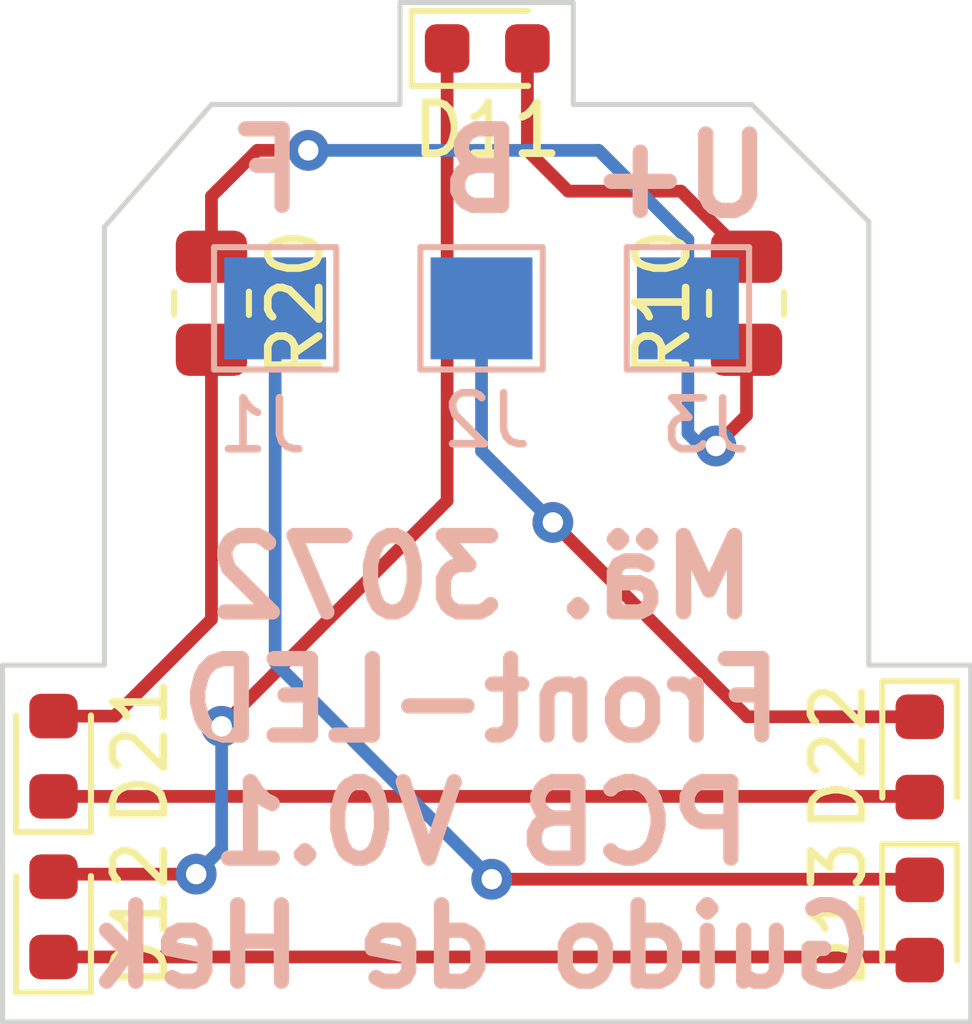
<source format=kicad_pcb>
(kicad_pcb (version 20211014) (generator pcbnew)
  (title_block (title "Back LED PCB for Märklin V100 (art. no. 3072).") (date "2021-12-31") (rev "0.1") (comment 1 "Guido de Hek"))
  (layers (0 "F.Cu" signal) (31 "B.Cu" signal) (34 "B.Paste" user) (35 "F.Paste" user) (36 "B.SilkS" user "B.Silkscreen") (37 "F.SilkS" user "F.Silkscreen") (38 "B.Mask" user) (39 "F.Mask" user) (44 "Edge.Cuts" user))
  (net 0 "")
  (net 1 "Net-(D11-Pad1)")
  (net 2 "Net-(D11-Pad2)")
  (net 3 "Net-(D12-Pad1)")
  (net 4 "/U+")
  (net 5 "Net-(D21-Pad1)")
  (net 6 "Net-(D21-Pad2)")
  (net 7 "/FrontLight")
  (net 8 "/BackLight")
  (footprint "Resistor_SMD:R_0805_2012Metric" (layer "F.Cu") (at 98.64 66.1575 -90)
    (fp_text reference "R20" (at 0 -1.65 90) (layer "F.SilkS"))
    (fp_text value "5K6")
    (fp_line (start -0.227064 -0.735) (end 0.227064 -0.735) (layer "F.SilkS") (width 0.12))
    (fp_line (start -0.227064 0.735) (end 0.227064 0.735) (layer "F.SilkS") (width 0.12))
    (pad "1" smd roundrect locked (at -0.9125 0 270) (size 1.025 1.4) (layers "F.Cu" "F.Paste" "F.Mask") (roundrect_rratio 0.243902) (net 4 "/U+"))
    (pad "2" smd roundrect locked (at 0.9125 0 270) (size 1.025 1.4) (layers "F.Cu" "F.Paste" "F.Mask") (roundrect_rratio 0.243902) (net 6 "Net-(D21-Pad2)"))
  )
  (footprint "LED_SMD:LED_0603_1608Metric" (layer "F.Cu") (at 104.0525 61.1575)
    (fp_text reference "D11" (at 0 1.6) (layer "F.SilkS"))
    (fp_text value "WH")
    (fp_line (start -1.485 0.735) (end 0.8 0.735) (layer "F.SilkS") (width 0.12))
    (fp_line (start 0.8 -0.735) (end -1.485 -0.735) (layer "F.SilkS") (width 0.12))
    (fp_line (start -1.485 -0.735) (end -1.485 0.735) (layer "F.SilkS") (width 0.12))
    (pad "1" smd roundrect locked (at -0.7875 0) (size 0.875 0.95) (layers "F.Cu" "F.Paste" "F.Mask") (net 1 "Net-(D11-Pad1)"))
    (pad "2" smd roundrect locked (at 0.7875 0) (size 0.875 0.95) (layers "F.Cu" "F.Paste" "F.Mask") (net 2 "Net-(D11-Pad2)"))
  )
  (footprint "LED_SMD:LED_0603_1608Metric" (layer "F.Cu") (at 95.54 75.045 90)
    (fp_text reference "D21" (at 0.0875 1.7 90) (layer "F.SilkS"))
    (fp_text value "RD")
    (fp_line (start 0.8 -0.735) (end -1.485 -0.735) (layer "F.SilkS") (width 0.12))
    (fp_line (start -1.485 -0.735) (end -1.485 0.735) (layer "F.SilkS") (width 0.12))
    (fp_line (start -1.485 0.735) (end 0.8 0.735) (layer "F.SilkS") (width 0.12))
    (pad "1" smd roundrect locked (at -0.7875 0 90) (size 0.875 0.95) (layers "F.Cu" "F.Paste" "F.Mask") (net 5 "Net-(D21-Pad1)"))
    (pad "2" smd roundrect locked (at 0.7875 0 90) (size 0.875 0.95) (layers "F.Cu" "F.Paste" "F.Mask") (net 6 "Net-(D21-Pad2)"))
  )
  (footprint "LED_SMD:LED_0603_1608Metric" (layer "F.Cu") (at 112.54 75.0575 -90)
    (fp_text reference "D22" (at 0 1.6 -90) (layer "F.SilkS"))
    (fp_text value "RD")
    (fp_line (start -1.485 -0.735) (end -1.485 0.735) (layer "F.SilkS") (width 0.12))
    (fp_line (start -1.485 0.735) (end 0.8 0.735) (layer "F.SilkS") (width 0.12))
    (fp_line (start 0.8 -0.735) (end -1.485 -0.735) (layer "F.SilkS") (width 0.12))
    (pad "1" smd roundrect locked (at -0.7875 0 270) (size 0.875 0.95) (layers "F.Cu" "F.Paste" "F.Mask") (net 8 "/BackLight"))
    (pad "2" smd roundrect locked (at 0.7875 0 270) (size 0.875 0.95) (layers "F.Cu" "F.Paste" "F.Mask") (net 5 "Net-(D21-Pad1)"))
  )
  (footprint "LED_SMD:LED_0603_1608Metric" (layer "F.Cu") (at 95.54 78.195 90)
    (fp_text reference "D12" (at 0.0375 1.7 90) (layer "F.SilkS"))
    (fp_text value "WH")
    (fp_line (start -1.485 -0.735) (end -1.485 0.735) (layer "F.SilkS") (width 0.12))
    (fp_line (start 0.8 -0.735) (end -1.485 -0.735) (layer "F.SilkS") (width 0.12))
    (fp_line (start -1.485 0.735) (end 0.8 0.735) (layer "F.SilkS") (width 0.12))
    (pad "1" smd roundrect locked (at -0.7875 0 90) (size 0.875 0.95) (layers "F.Cu" "F.Paste" "F.Mask") (net 3 "Net-(D12-Pad1)"))
    (pad "2" smd roundrect locked (at 0.7875 0 90) (size 0.875 0.95) (layers "F.Cu" "F.Paste" "F.Mask") (net 1 "Net-(D11-Pad1)"))
  )
  (footprint "LED_SMD:LED_0603_1608Metric" (layer "F.Cu") (at 112.54 78.2575 -90)
    (fp_text reference "D13" (at -0.1 1.6 -90) (layer "F.SilkS"))
    (fp_text value "WH")
    (fp_line (start -1.485 -0.735) (end -1.485 0.735) (layer "F.SilkS") (width 0.12))
    (fp_line (start 0.8 -0.735) (end -1.485 -0.735) (layer "F.SilkS") (width 0.12))
    (fp_line (start -1.485 0.735) (end 0.8 0.735) (layer "F.SilkS") (width 0.12))
    (pad "1" smd roundrect locked (at -0.7875 0 270) (size 0.875 0.95) (layers "F.Cu" "F.Paste" "F.Mask") (net 7 "/FrontLight"))
    (pad "2" smd roundrect locked (at 0.7875 0 270) (size 0.875 0.95) (layers "F.Cu" "F.Paste" "F.Mask") (net 3 "Net-(D12-Pad1)"))
  )
  (footprint "Resistor_SMD:R_0805_2012Metric" (layer "F.Cu") (at 109.14 66.1575 90)
    (fp_text reference "R10" (at 0 -1.65 90) (layer "F.SilkS"))
    (fp_text value "3K6")
    (fp_line (start -0.227064 -0.735) (end 0.227064 -0.735) (layer "F.SilkS") (width 0.12))
    (fp_line (start -0.227064 0.735) (end 0.227064 0.735) (layer "F.SilkS") (width 0.12))
    (pad "1" smd roundrect locked (at -0.9125 0 90) (size 1.025 1.4) (layers "F.Cu" "F.Paste" "F.Mask") (roundrect_rratio 0.243902) (net 4 "/U+"))
    (pad "2" smd roundrect locked (at 0.9125 0 90) (size 1.025 1.4) (layers "F.Cu" "F.Paste" "F.Mask") (roundrect_rratio 0.243902) (net 2 "Net-(D11-Pad2)"))
  )
  (footprint "TestPoint:TestPoint_Pad_2.0x2.0mm" (layer "B.Cu") (at 99.89 66.2575 180)
    (fp_text reference "J1" (at 0.25 -2.3) (layer "B.SilkS") (effects (justify mirror)))
    (fp_text value "1")
    (fp_line (start -1.2 1.2) (end 1.2 1.2) (layer "B.SilkS") (width 0.12))
    (fp_line (start 1.2 -1.2) (end -1.2 -1.2) (layer "B.SilkS") (width 0.12))
    (fp_line (start -1.2 -1.2) (end -1.2 1.2) (layer "B.SilkS") (width 0.12))
    (fp_line (start 1.2 1.2) (end 1.2 -1.2) (layer "B.SilkS") (width 0.12))
    (pad "1" smd rect locked (at 0 0 180) (size 2 2) (layers "B.Cu" "B.Mask") (net 7 "/FrontLight"))
  )
  (footprint "TestPoint:TestPoint_Pad_2.0x2.0mm" (layer "B.Cu") (at 107.99 66.2575 180)
    (fp_text reference "J3" (at -0.35 -2.3) (layer "B.SilkS") (effects (justify mirror)))
    (fp_text value "3")
    (fp_line (start -1.2 1.2) (end 1.2 1.2) (layer "B.SilkS") (width 0.12))
    (fp_line (start 1.2 1.2) (end 1.2 -1.2) (layer "B.SilkS") (width 0.12))
    (fp_line (start -1.2 -1.2) (end -1.2 1.2) (layer "B.SilkS") (width 0.12))
    (fp_line (start 1.2 -1.2) (end -1.2 -1.2) (layer "B.SilkS") (width 0.12))
    (pad "1" smd rect locked (at 0 0 180) (size 2 2) (layers "B.Cu" "B.Mask") (net 4 "/U+"))
  )
  (footprint "TestPoint:TestPoint_Pad_2.0x2.0mm" (layer "B.Cu") (at 103.94 66.2575 180)
    (fp_text reference "J2" (at -0.1 -2.2) (layer "B.SilkS") (effects (justify mirror)))
    (fp_text value "2")
    (fp_line (start -1.2 -1.2) (end -1.2 1.2) (layer "B.SilkS") (width 0.12))
    (fp_line (start -1.2 1.2) (end 1.2 1.2) (layer "B.SilkS") (width 0.12))
    (fp_line (start 1.2 -1.2) (end -1.2 -1.2) (layer "B.SilkS") (width 0.12))
    (fp_line (start 1.2 1.2) (end 1.2 -1.2) (layer "B.SilkS") (width 0.12))
    (pad "1" smd rect locked (at 0 0 180) (size 2 2) (layers "B.Cu" "B.Mask") (net 8 "/BackLight"))
  )
  (gr_line (start 113.54 73.2575) (end 111.54 73.2575) (layer "Edge.Cuts") (width 0.1))
  (gr_line (start 111.54 64.5575) (end 111.54 73.2575) (layer "Edge.Cuts") (width 0.1))
  (gr_line (start 105.74 62.2575) (end 109.24 62.2575) (layer "Edge.Cuts") (width 0.1))
  (gr_line (start 102.34 62.2575) (end 102.34 60.2575) (layer "Edge.Cuts") (width 0.1))
  (gr_line (start 102.34 62.2575) (end 98.64 62.2575) (layer "Edge.Cuts") (width 0.1))
  (gr_line (start 105.74 60.2575) (end 105.74 62.2575) (layer "Edge.Cuts") (width 0.1))
  (gr_line (start 96.54 64.6575) (end 96.54 73.2575) (layer "Edge.Cuts") (width 0.1))
  (gr_line (start 94.54 80.2575) (end 113.54 80.2575) (layer "Edge.Cuts") (width 0.1))
  (gr_line (start 94.54 73.2575) (end 96.54 73.2575) (layer "Edge.Cuts") (width 0.1))
  (gr_line (start 113.54 80.2575) (end 113.54 73.2575) (layer "Edge.Cuts") (width 0.1))
  (gr_line (start 94.54 80.2575) (end 94.54 73.2575) (layer "Edge.Cuts") (width 0.1))
  (gr_line (start 102.34 60.2575) (end 105.74 60.2575) (layer "Edge.Cuts") (width 0.1))
  (gr_line (start 109.24 62.2575) (end 111.54 64.5575) (layer "Edge.Cuts") (width 0.1))
  (gr_line (start 98.64 62.2575) (end 96.54 64.6575) (layer "Edge.Cuts") (width 0.1))
  (gr_text "B\n" (at 103.94 63.5575) (layer "B.SilkS") (effects (font (size 1.5 1.5) (thickness 0.3)) (justify mirror)))
  (gr_text "Mä. 3072\nFront-LED\nPCB V0.1\nGuido de Hek\n" (at 103.94 75.1575) (layer "B.SilkS") (effects (font (size 1.5 1.5) (thickness 0.3)) (justify mirror)))
  (gr_text "U+" (at 107.84 63.6575) (layer "B.SilkS") (effects (font (size 1.5 1.5) (thickness 0.3)) (justify mirror)))
  (gr_text "F" (at 99.74 63.5575) (layer "B.SilkS") (effects (font (size 1.5 1.5) (thickness 0.3)) (justify mirror)))
  (segment (start 95.59 77.3575) (end 95.54 77.4075) (width 0.25) (layer "F.Cu") (net 1))
  (segment (start 98.34 77.3575) (end 95.59 77.3575) (width 0.25) (layer "F.Cu") (net 1))
  (segment (start 103.265 70.0325) (end 98.84 74.4575) (width 0.25) (layer "F.Cu") (net 1))
  (segment (start 103.265 61.1575) (end 103.265 70.0325) (width 0.25) (layer "F.Cu") (net 1))
  (via (at 98.84 74.4575) (size 0.8) (drill 0.4) (layers "F.Cu" "B.Cu") (net 1))
  (via (at 98.34 77.3575) (size 0.8) (drill 0.4) (layers "F.Cu" "B.Cu") (net 1))
  (segment (start 98.84 76.8575) (end 98.34 77.3575) (width 0.25) (layer "B.Cu") (net 1))
  (segment (start 98.84 74.4575) (end 98.84 76.8575) (width 0.25) (layer "B.Cu") (net 1))
  (segment (start 107.8525 63.9575) (end 105.64 63.9575) (width 0.25) (layer "F.Cu") (net 2))
  (segment (start 105.64 63.9575) (end 104.84 63.1575) (width 0.25) (layer "F.Cu") (net 2))
  (segment (start 104.84 63.1575) (end 104.84 61.1575) (width 0.25) (layer "F.Cu") (net 2))
  (segment (start 109.14 65.245) (end 107.8525 63.9575) (width 0.25) (layer "F.Cu") (net 2))
  (segment (start 95.54 78.9825) (end 112.4775 78.9825) (width 0.25) (layer "F.Cu") (net 3))
  (segment (start 112.4775 78.9825) (end 112.54 79.045) (width 0.25) (layer "F.Cu") (net 3))
  (segment (start 109.14 68.3575) (end 108.54 68.9575) (width 0.25) (layer "F.Cu") (net 4))
  (segment (start 99.54 63.1575) (end 98.64 64.0575) (width 0.25) (layer "F.Cu") (net 4))
  (segment (start 98.64 64.0575) (end 98.64 65.245) (width 0.25) (layer "F.Cu") (net 4))
  (segment (start 100.54 63.1575) (end 99.54 63.1575) (width 0.25) (layer "F.Cu") (net 4))
  (segment (start 109.14 67.07) (end 109.14 68.3575) (width 0.25) (layer "F.Cu") (net 4))
  (via (at 100.54 63.1575) (size 0.8) (drill 0.4) (layers "F.Cu" "B.Cu") (net 4))
  (via (at 108.54 68.9575) (size 0.8) (drill 0.4) (layers "F.Cu" "B.Cu") (net 4))
  (segment (start 107.99 64.9075) (end 106.24 63.1575) (width 0.25) (layer "B.Cu") (net 4))
  (segment (start 107.99 66.2575) (end 107.99 64.9075) (width 0.25) (layer "B.Cu") (net 4))
  (segment (start 107.99 66.2575) (end 107.99 68.7075) (width 0.25) (layer "B.Cu") (net 4))
  (segment (start 108.24 68.9575) (end 108.54 68.9575) (width 0.25) (layer "B.Cu") (net 4))
  (segment (start 106.24 63.1575) (end 100.54 63.1575) (width 0.25) (layer "B.Cu") (net 4))
  (segment (start 107.99 68.7075) (end 108.24 68.9575) (width 0.25) (layer "B.Cu") (net 4))
  (segment (start 95.54 75.8325) (end 112.5275 75.8325) (width 0.25) (layer "F.Cu") (net 5))
  (segment (start 112.5275 75.8325) (end 112.54 75.845) (width 0.25) (layer "F.Cu") (net 5))
  (segment (start 98.64 67.07) (end 98.64 72.3575) (width 0.25) (layer "F.Cu") (net 6))
  (segment (start 96.74 74.2575) (end 95.54 74.2575) (width 0.25) (layer "F.Cu") (net 6))
  (segment (start 98.64 72.3575) (end 96.74 74.2575) (width 0.25) (layer "F.Cu") (net 6))
  (segment (start 104.14 77.4575) (end 112.5275 77.4575) (width 0.25) (layer "F.Cu") (net 7))
  (segment (start 112.5275 77.4575) (end 112.54 77.47) (width 0.25) (layer "F.Cu") (net 7))
  (via (at 104.14 77.4575) (size 0.8) (drill 0.4) (layers "F.Cu" "B.Cu") (net 7))
  (segment (start 99.89 73.2075) (end 104.14 77.4575) (width 0.25) (layer "B.Cu") (net 7))
  (segment (start 99.89 66.2575) (end 99.89 73.2075) (width 0.25) (layer "B.Cu") (net 7))
  (segment (start 105.34 70.4575) (end 109.1525 74.27) (width 0.25) (layer "F.Cu") (net 8))
  (segment (start 109.1525 74.27) (end 112.54 74.27) (width 0.25) (layer "F.Cu") (net 8))
  (via (at 105.34 70.4575) (size 0.8) (drill 0.4) (layers "F.Cu" "B.Cu") (net 8))
  (segment (start 103.94 66.2575) (end 103.94 69.0575) (width 0.25) (layer "B.Cu") (net 8))
  (segment (start 103.94 69.0575) (end 105.34 70.4575) (width 0.25) (layer "B.Cu") (net 8))
)
</source>
